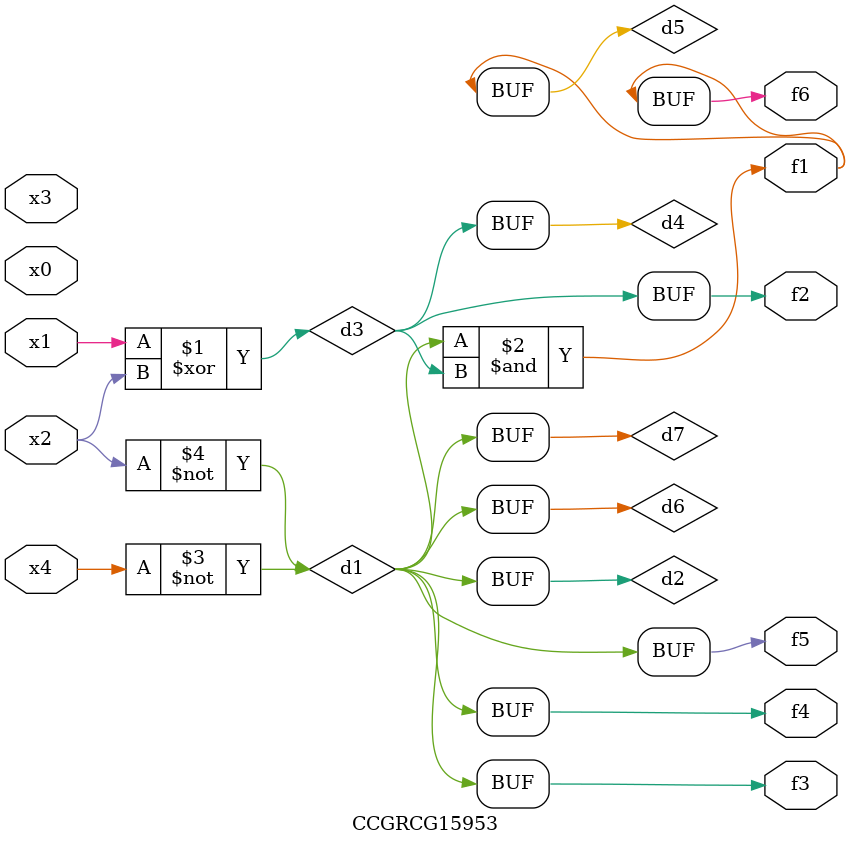
<source format=v>
module CCGRCG15953(
	input x0, x1, x2, x3, x4,
	output f1, f2, f3, f4, f5, f6
);

	wire d1, d2, d3, d4, d5, d6, d7;

	not (d1, x4);
	not (d2, x2);
	xor (d3, x1, x2);
	buf (d4, d3);
	and (d5, d1, d3);
	buf (d6, d1, d2);
	buf (d7, d2);
	assign f1 = d5;
	assign f2 = d4;
	assign f3 = d7;
	assign f4 = d7;
	assign f5 = d7;
	assign f6 = d5;
endmodule

</source>
